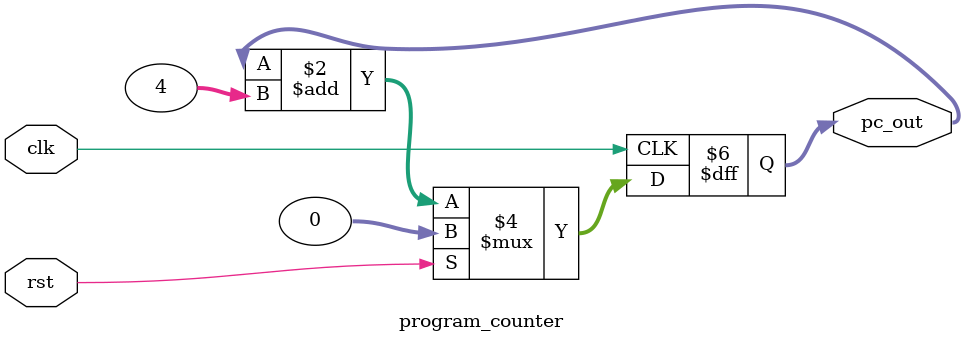
<source format=sv>

module program_counter (
    input clk,
    input rst,
    output [31:0] pc_out
);   

    reg [31:0] current_instruction;
    reg [31:0]    next_instruction;

    always @(posedge clk) begin
        if (rst) 
        begin
            pc_out <= 32'h0; // Reset PC to initial address
        end 
        else 
        begin
            pc_out <= pc_out + 4; // Increment PC by instruction width (32-bit)
        end
    end


endmodule

</source>
